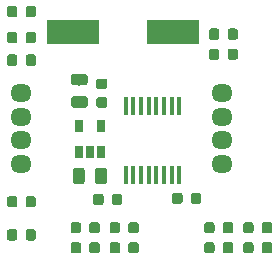
<source format=gtp>
G04 #@! TF.GenerationSoftware,KiCad,Pcbnew,(5.1.2)-1*
G04 #@! TF.CreationDate,2019-10-13T00:02:13+09:00*
G04 #@! TF.ProjectId,IR,49522e6b-6963-4616-945f-706362585858,v1.1*
G04 #@! TF.SameCoordinates,Original*
G04 #@! TF.FileFunction,Paste,Top*
G04 #@! TF.FilePolarity,Positive*
%FSLAX46Y46*%
G04 Gerber Fmt 4.6, Leading zero omitted, Abs format (unit mm)*
G04 Created by KiCad (PCBNEW (5.1.2)-1) date 2019-10-13 00:02:13*
%MOMM*%
%LPD*%
G04 APERTURE LIST*
%ADD10O,1.800000X1.524000*%
%ADD11C,0.050000*%
%ADD12C,0.875000*%
%ADD13C,0.975000*%
%ADD14R,0.650000X1.060000*%
%ADD15R,4.500000X2.000000*%
%ADD16R,0.450000X1.500000*%
G04 APERTURE END LIST*
D10*
X185200000Y-114000000D03*
X185200000Y-112000000D03*
X185200000Y-110000000D03*
X185200000Y-108000000D03*
X202200000Y-108000000D03*
X202200000Y-110000000D03*
X202200000Y-112000000D03*
X202200000Y-114000000D03*
D11*
G36*
X193527691Y-116526053D02*
G01*
X193548926Y-116529203D01*
X193569750Y-116534419D01*
X193589962Y-116541651D01*
X193609368Y-116550830D01*
X193627781Y-116561866D01*
X193645024Y-116574654D01*
X193660930Y-116589070D01*
X193675346Y-116604976D01*
X193688134Y-116622219D01*
X193699170Y-116640632D01*
X193708349Y-116660038D01*
X193715581Y-116680250D01*
X193720797Y-116701074D01*
X193723947Y-116722309D01*
X193725000Y-116743750D01*
X193725000Y-117256250D01*
X193723947Y-117277691D01*
X193720797Y-117298926D01*
X193715581Y-117319750D01*
X193708349Y-117339962D01*
X193699170Y-117359368D01*
X193688134Y-117377781D01*
X193675346Y-117395024D01*
X193660930Y-117410930D01*
X193645024Y-117425346D01*
X193627781Y-117438134D01*
X193609368Y-117449170D01*
X193589962Y-117458349D01*
X193569750Y-117465581D01*
X193548926Y-117470797D01*
X193527691Y-117473947D01*
X193506250Y-117475000D01*
X193068750Y-117475000D01*
X193047309Y-117473947D01*
X193026074Y-117470797D01*
X193005250Y-117465581D01*
X192985038Y-117458349D01*
X192965632Y-117449170D01*
X192947219Y-117438134D01*
X192929976Y-117425346D01*
X192914070Y-117410930D01*
X192899654Y-117395024D01*
X192886866Y-117377781D01*
X192875830Y-117359368D01*
X192866651Y-117339962D01*
X192859419Y-117319750D01*
X192854203Y-117298926D01*
X192851053Y-117277691D01*
X192850000Y-117256250D01*
X192850000Y-116743750D01*
X192851053Y-116722309D01*
X192854203Y-116701074D01*
X192859419Y-116680250D01*
X192866651Y-116660038D01*
X192875830Y-116640632D01*
X192886866Y-116622219D01*
X192899654Y-116604976D01*
X192914070Y-116589070D01*
X192929976Y-116574654D01*
X192947219Y-116561866D01*
X192965632Y-116550830D01*
X192985038Y-116541651D01*
X193005250Y-116534419D01*
X193026074Y-116529203D01*
X193047309Y-116526053D01*
X193068750Y-116525000D01*
X193506250Y-116525000D01*
X193527691Y-116526053D01*
X193527691Y-116526053D01*
G37*
D12*
X193287500Y-117000000D03*
D11*
G36*
X191952691Y-116526053D02*
G01*
X191973926Y-116529203D01*
X191994750Y-116534419D01*
X192014962Y-116541651D01*
X192034368Y-116550830D01*
X192052781Y-116561866D01*
X192070024Y-116574654D01*
X192085930Y-116589070D01*
X192100346Y-116604976D01*
X192113134Y-116622219D01*
X192124170Y-116640632D01*
X192133349Y-116660038D01*
X192140581Y-116680250D01*
X192145797Y-116701074D01*
X192148947Y-116722309D01*
X192150000Y-116743750D01*
X192150000Y-117256250D01*
X192148947Y-117277691D01*
X192145797Y-117298926D01*
X192140581Y-117319750D01*
X192133349Y-117339962D01*
X192124170Y-117359368D01*
X192113134Y-117377781D01*
X192100346Y-117395024D01*
X192085930Y-117410930D01*
X192070024Y-117425346D01*
X192052781Y-117438134D01*
X192034368Y-117449170D01*
X192014962Y-117458349D01*
X191994750Y-117465581D01*
X191973926Y-117470797D01*
X191952691Y-117473947D01*
X191931250Y-117475000D01*
X191493750Y-117475000D01*
X191472309Y-117473947D01*
X191451074Y-117470797D01*
X191430250Y-117465581D01*
X191410038Y-117458349D01*
X191390632Y-117449170D01*
X191372219Y-117438134D01*
X191354976Y-117425346D01*
X191339070Y-117410930D01*
X191324654Y-117395024D01*
X191311866Y-117377781D01*
X191300830Y-117359368D01*
X191291651Y-117339962D01*
X191284419Y-117319750D01*
X191279203Y-117298926D01*
X191276053Y-117277691D01*
X191275000Y-117256250D01*
X191275000Y-116743750D01*
X191276053Y-116722309D01*
X191279203Y-116701074D01*
X191284419Y-116680250D01*
X191291651Y-116660038D01*
X191300830Y-116640632D01*
X191311866Y-116622219D01*
X191324654Y-116604976D01*
X191339070Y-116589070D01*
X191354976Y-116574654D01*
X191372219Y-116561866D01*
X191390632Y-116550830D01*
X191410038Y-116541651D01*
X191430250Y-116534419D01*
X191451074Y-116529203D01*
X191472309Y-116526053D01*
X191493750Y-116525000D01*
X191931250Y-116525000D01*
X191952691Y-116526053D01*
X191952691Y-116526053D01*
G37*
D12*
X191712500Y-117000000D03*
D11*
G36*
X192205142Y-114301174D02*
G01*
X192228803Y-114304684D01*
X192252007Y-114310496D01*
X192274529Y-114318554D01*
X192296153Y-114328782D01*
X192316670Y-114341079D01*
X192335883Y-114355329D01*
X192353607Y-114371393D01*
X192369671Y-114389117D01*
X192383921Y-114408330D01*
X192396218Y-114428847D01*
X192406446Y-114450471D01*
X192414504Y-114472993D01*
X192420316Y-114496197D01*
X192423826Y-114519858D01*
X192425000Y-114543750D01*
X192425000Y-115456250D01*
X192423826Y-115480142D01*
X192420316Y-115503803D01*
X192414504Y-115527007D01*
X192406446Y-115549529D01*
X192396218Y-115571153D01*
X192383921Y-115591670D01*
X192369671Y-115610883D01*
X192353607Y-115628607D01*
X192335883Y-115644671D01*
X192316670Y-115658921D01*
X192296153Y-115671218D01*
X192274529Y-115681446D01*
X192252007Y-115689504D01*
X192228803Y-115695316D01*
X192205142Y-115698826D01*
X192181250Y-115700000D01*
X191693750Y-115700000D01*
X191669858Y-115698826D01*
X191646197Y-115695316D01*
X191622993Y-115689504D01*
X191600471Y-115681446D01*
X191578847Y-115671218D01*
X191558330Y-115658921D01*
X191539117Y-115644671D01*
X191521393Y-115628607D01*
X191505329Y-115610883D01*
X191491079Y-115591670D01*
X191478782Y-115571153D01*
X191468554Y-115549529D01*
X191460496Y-115527007D01*
X191454684Y-115503803D01*
X191451174Y-115480142D01*
X191450000Y-115456250D01*
X191450000Y-114543750D01*
X191451174Y-114519858D01*
X191454684Y-114496197D01*
X191460496Y-114472993D01*
X191468554Y-114450471D01*
X191478782Y-114428847D01*
X191491079Y-114408330D01*
X191505329Y-114389117D01*
X191521393Y-114371393D01*
X191539117Y-114355329D01*
X191558330Y-114341079D01*
X191578847Y-114328782D01*
X191600471Y-114318554D01*
X191622993Y-114310496D01*
X191646197Y-114304684D01*
X191669858Y-114301174D01*
X191693750Y-114300000D01*
X192181250Y-114300000D01*
X192205142Y-114301174D01*
X192205142Y-114301174D01*
G37*
D13*
X191937500Y-115000000D03*
D11*
G36*
X190330142Y-114301174D02*
G01*
X190353803Y-114304684D01*
X190377007Y-114310496D01*
X190399529Y-114318554D01*
X190421153Y-114328782D01*
X190441670Y-114341079D01*
X190460883Y-114355329D01*
X190478607Y-114371393D01*
X190494671Y-114389117D01*
X190508921Y-114408330D01*
X190521218Y-114428847D01*
X190531446Y-114450471D01*
X190539504Y-114472993D01*
X190545316Y-114496197D01*
X190548826Y-114519858D01*
X190550000Y-114543750D01*
X190550000Y-115456250D01*
X190548826Y-115480142D01*
X190545316Y-115503803D01*
X190539504Y-115527007D01*
X190531446Y-115549529D01*
X190521218Y-115571153D01*
X190508921Y-115591670D01*
X190494671Y-115610883D01*
X190478607Y-115628607D01*
X190460883Y-115644671D01*
X190441670Y-115658921D01*
X190421153Y-115671218D01*
X190399529Y-115681446D01*
X190377007Y-115689504D01*
X190353803Y-115695316D01*
X190330142Y-115698826D01*
X190306250Y-115700000D01*
X189818750Y-115700000D01*
X189794858Y-115698826D01*
X189771197Y-115695316D01*
X189747993Y-115689504D01*
X189725471Y-115681446D01*
X189703847Y-115671218D01*
X189683330Y-115658921D01*
X189664117Y-115644671D01*
X189646393Y-115628607D01*
X189630329Y-115610883D01*
X189616079Y-115591670D01*
X189603782Y-115571153D01*
X189593554Y-115549529D01*
X189585496Y-115527007D01*
X189579684Y-115503803D01*
X189576174Y-115480142D01*
X189575000Y-115456250D01*
X189575000Y-114543750D01*
X189576174Y-114519858D01*
X189579684Y-114496197D01*
X189585496Y-114472993D01*
X189593554Y-114450471D01*
X189603782Y-114428847D01*
X189616079Y-114408330D01*
X189630329Y-114389117D01*
X189646393Y-114371393D01*
X189664117Y-114355329D01*
X189683330Y-114341079D01*
X189703847Y-114328782D01*
X189725471Y-114318554D01*
X189747993Y-114310496D01*
X189771197Y-114304684D01*
X189794858Y-114301174D01*
X189818750Y-114300000D01*
X190306250Y-114300000D01*
X190330142Y-114301174D01*
X190330142Y-114301174D01*
G37*
D13*
X190062500Y-115000000D03*
D11*
G36*
X192277691Y-106776053D02*
G01*
X192298926Y-106779203D01*
X192319750Y-106784419D01*
X192339962Y-106791651D01*
X192359368Y-106800830D01*
X192377781Y-106811866D01*
X192395024Y-106824654D01*
X192410930Y-106839070D01*
X192425346Y-106854976D01*
X192438134Y-106872219D01*
X192449170Y-106890632D01*
X192458349Y-106910038D01*
X192465581Y-106930250D01*
X192470797Y-106951074D01*
X192473947Y-106972309D01*
X192475000Y-106993750D01*
X192475000Y-107431250D01*
X192473947Y-107452691D01*
X192470797Y-107473926D01*
X192465581Y-107494750D01*
X192458349Y-107514962D01*
X192449170Y-107534368D01*
X192438134Y-107552781D01*
X192425346Y-107570024D01*
X192410930Y-107585930D01*
X192395024Y-107600346D01*
X192377781Y-107613134D01*
X192359368Y-107624170D01*
X192339962Y-107633349D01*
X192319750Y-107640581D01*
X192298926Y-107645797D01*
X192277691Y-107648947D01*
X192256250Y-107650000D01*
X191743750Y-107650000D01*
X191722309Y-107648947D01*
X191701074Y-107645797D01*
X191680250Y-107640581D01*
X191660038Y-107633349D01*
X191640632Y-107624170D01*
X191622219Y-107613134D01*
X191604976Y-107600346D01*
X191589070Y-107585930D01*
X191574654Y-107570024D01*
X191561866Y-107552781D01*
X191550830Y-107534368D01*
X191541651Y-107514962D01*
X191534419Y-107494750D01*
X191529203Y-107473926D01*
X191526053Y-107452691D01*
X191525000Y-107431250D01*
X191525000Y-106993750D01*
X191526053Y-106972309D01*
X191529203Y-106951074D01*
X191534419Y-106930250D01*
X191541651Y-106910038D01*
X191550830Y-106890632D01*
X191561866Y-106872219D01*
X191574654Y-106854976D01*
X191589070Y-106839070D01*
X191604976Y-106824654D01*
X191622219Y-106811866D01*
X191640632Y-106800830D01*
X191660038Y-106791651D01*
X191680250Y-106784419D01*
X191701074Y-106779203D01*
X191722309Y-106776053D01*
X191743750Y-106775000D01*
X192256250Y-106775000D01*
X192277691Y-106776053D01*
X192277691Y-106776053D01*
G37*
D12*
X192000000Y-107212500D03*
D11*
G36*
X192277691Y-108351053D02*
G01*
X192298926Y-108354203D01*
X192319750Y-108359419D01*
X192339962Y-108366651D01*
X192359368Y-108375830D01*
X192377781Y-108386866D01*
X192395024Y-108399654D01*
X192410930Y-108414070D01*
X192425346Y-108429976D01*
X192438134Y-108447219D01*
X192449170Y-108465632D01*
X192458349Y-108485038D01*
X192465581Y-108505250D01*
X192470797Y-108526074D01*
X192473947Y-108547309D01*
X192475000Y-108568750D01*
X192475000Y-109006250D01*
X192473947Y-109027691D01*
X192470797Y-109048926D01*
X192465581Y-109069750D01*
X192458349Y-109089962D01*
X192449170Y-109109368D01*
X192438134Y-109127781D01*
X192425346Y-109145024D01*
X192410930Y-109160930D01*
X192395024Y-109175346D01*
X192377781Y-109188134D01*
X192359368Y-109199170D01*
X192339962Y-109208349D01*
X192319750Y-109215581D01*
X192298926Y-109220797D01*
X192277691Y-109223947D01*
X192256250Y-109225000D01*
X191743750Y-109225000D01*
X191722309Y-109223947D01*
X191701074Y-109220797D01*
X191680250Y-109215581D01*
X191660038Y-109208349D01*
X191640632Y-109199170D01*
X191622219Y-109188134D01*
X191604976Y-109175346D01*
X191589070Y-109160930D01*
X191574654Y-109145024D01*
X191561866Y-109127781D01*
X191550830Y-109109368D01*
X191541651Y-109089962D01*
X191534419Y-109069750D01*
X191529203Y-109048926D01*
X191526053Y-109027691D01*
X191525000Y-109006250D01*
X191525000Y-108568750D01*
X191526053Y-108547309D01*
X191529203Y-108526074D01*
X191534419Y-108505250D01*
X191541651Y-108485038D01*
X191550830Y-108465632D01*
X191561866Y-108447219D01*
X191574654Y-108429976D01*
X191589070Y-108414070D01*
X191604976Y-108399654D01*
X191622219Y-108386866D01*
X191640632Y-108375830D01*
X191660038Y-108366651D01*
X191680250Y-108359419D01*
X191701074Y-108354203D01*
X191722309Y-108351053D01*
X191743750Y-108350000D01*
X192256250Y-108350000D01*
X192277691Y-108351053D01*
X192277691Y-108351053D01*
G37*
D12*
X192000000Y-108787500D03*
D11*
G36*
X190580142Y-108251174D02*
G01*
X190603803Y-108254684D01*
X190627007Y-108260496D01*
X190649529Y-108268554D01*
X190671153Y-108278782D01*
X190691670Y-108291079D01*
X190710883Y-108305329D01*
X190728607Y-108321393D01*
X190744671Y-108339117D01*
X190758921Y-108358330D01*
X190771218Y-108378847D01*
X190781446Y-108400471D01*
X190789504Y-108422993D01*
X190795316Y-108446197D01*
X190798826Y-108469858D01*
X190800000Y-108493750D01*
X190800000Y-108981250D01*
X190798826Y-109005142D01*
X190795316Y-109028803D01*
X190789504Y-109052007D01*
X190781446Y-109074529D01*
X190771218Y-109096153D01*
X190758921Y-109116670D01*
X190744671Y-109135883D01*
X190728607Y-109153607D01*
X190710883Y-109169671D01*
X190691670Y-109183921D01*
X190671153Y-109196218D01*
X190649529Y-109206446D01*
X190627007Y-109214504D01*
X190603803Y-109220316D01*
X190580142Y-109223826D01*
X190556250Y-109225000D01*
X189643750Y-109225000D01*
X189619858Y-109223826D01*
X189596197Y-109220316D01*
X189572993Y-109214504D01*
X189550471Y-109206446D01*
X189528847Y-109196218D01*
X189508330Y-109183921D01*
X189489117Y-109169671D01*
X189471393Y-109153607D01*
X189455329Y-109135883D01*
X189441079Y-109116670D01*
X189428782Y-109096153D01*
X189418554Y-109074529D01*
X189410496Y-109052007D01*
X189404684Y-109028803D01*
X189401174Y-109005142D01*
X189400000Y-108981250D01*
X189400000Y-108493750D01*
X189401174Y-108469858D01*
X189404684Y-108446197D01*
X189410496Y-108422993D01*
X189418554Y-108400471D01*
X189428782Y-108378847D01*
X189441079Y-108358330D01*
X189455329Y-108339117D01*
X189471393Y-108321393D01*
X189489117Y-108305329D01*
X189508330Y-108291079D01*
X189528847Y-108278782D01*
X189550471Y-108268554D01*
X189572993Y-108260496D01*
X189596197Y-108254684D01*
X189619858Y-108251174D01*
X189643750Y-108250000D01*
X190556250Y-108250000D01*
X190580142Y-108251174D01*
X190580142Y-108251174D01*
G37*
D13*
X190100000Y-108737500D03*
D11*
G36*
X190580142Y-106376174D02*
G01*
X190603803Y-106379684D01*
X190627007Y-106385496D01*
X190649529Y-106393554D01*
X190671153Y-106403782D01*
X190691670Y-106416079D01*
X190710883Y-106430329D01*
X190728607Y-106446393D01*
X190744671Y-106464117D01*
X190758921Y-106483330D01*
X190771218Y-106503847D01*
X190781446Y-106525471D01*
X190789504Y-106547993D01*
X190795316Y-106571197D01*
X190798826Y-106594858D01*
X190800000Y-106618750D01*
X190800000Y-107106250D01*
X190798826Y-107130142D01*
X190795316Y-107153803D01*
X190789504Y-107177007D01*
X190781446Y-107199529D01*
X190771218Y-107221153D01*
X190758921Y-107241670D01*
X190744671Y-107260883D01*
X190728607Y-107278607D01*
X190710883Y-107294671D01*
X190691670Y-107308921D01*
X190671153Y-107321218D01*
X190649529Y-107331446D01*
X190627007Y-107339504D01*
X190603803Y-107345316D01*
X190580142Y-107348826D01*
X190556250Y-107350000D01*
X189643750Y-107350000D01*
X189619858Y-107348826D01*
X189596197Y-107345316D01*
X189572993Y-107339504D01*
X189550471Y-107331446D01*
X189528847Y-107321218D01*
X189508330Y-107308921D01*
X189489117Y-107294671D01*
X189471393Y-107278607D01*
X189455329Y-107260883D01*
X189441079Y-107241670D01*
X189428782Y-107221153D01*
X189418554Y-107199529D01*
X189410496Y-107177007D01*
X189404684Y-107153803D01*
X189401174Y-107130142D01*
X189400000Y-107106250D01*
X189400000Y-106618750D01*
X189401174Y-106594858D01*
X189404684Y-106571197D01*
X189410496Y-106547993D01*
X189418554Y-106525471D01*
X189428782Y-106503847D01*
X189441079Y-106483330D01*
X189455329Y-106464117D01*
X189471393Y-106446393D01*
X189489117Y-106430329D01*
X189508330Y-106416079D01*
X189528847Y-106403782D01*
X189550471Y-106393554D01*
X189572993Y-106385496D01*
X189596197Y-106379684D01*
X189619858Y-106376174D01*
X189643750Y-106375000D01*
X190556250Y-106375000D01*
X190580142Y-106376174D01*
X190580142Y-106376174D01*
G37*
D13*
X190100000Y-106862500D03*
D11*
G36*
X203327691Y-104226053D02*
G01*
X203348926Y-104229203D01*
X203369750Y-104234419D01*
X203389962Y-104241651D01*
X203409368Y-104250830D01*
X203427781Y-104261866D01*
X203445024Y-104274654D01*
X203460930Y-104289070D01*
X203475346Y-104304976D01*
X203488134Y-104322219D01*
X203499170Y-104340632D01*
X203508349Y-104360038D01*
X203515581Y-104380250D01*
X203520797Y-104401074D01*
X203523947Y-104422309D01*
X203525000Y-104443750D01*
X203525000Y-104956250D01*
X203523947Y-104977691D01*
X203520797Y-104998926D01*
X203515581Y-105019750D01*
X203508349Y-105039962D01*
X203499170Y-105059368D01*
X203488134Y-105077781D01*
X203475346Y-105095024D01*
X203460930Y-105110930D01*
X203445024Y-105125346D01*
X203427781Y-105138134D01*
X203409368Y-105149170D01*
X203389962Y-105158349D01*
X203369750Y-105165581D01*
X203348926Y-105170797D01*
X203327691Y-105173947D01*
X203306250Y-105175000D01*
X202868750Y-105175000D01*
X202847309Y-105173947D01*
X202826074Y-105170797D01*
X202805250Y-105165581D01*
X202785038Y-105158349D01*
X202765632Y-105149170D01*
X202747219Y-105138134D01*
X202729976Y-105125346D01*
X202714070Y-105110930D01*
X202699654Y-105095024D01*
X202686866Y-105077781D01*
X202675830Y-105059368D01*
X202666651Y-105039962D01*
X202659419Y-105019750D01*
X202654203Y-104998926D01*
X202651053Y-104977691D01*
X202650000Y-104956250D01*
X202650000Y-104443750D01*
X202651053Y-104422309D01*
X202654203Y-104401074D01*
X202659419Y-104380250D01*
X202666651Y-104360038D01*
X202675830Y-104340632D01*
X202686866Y-104322219D01*
X202699654Y-104304976D01*
X202714070Y-104289070D01*
X202729976Y-104274654D01*
X202747219Y-104261866D01*
X202765632Y-104250830D01*
X202785038Y-104241651D01*
X202805250Y-104234419D01*
X202826074Y-104229203D01*
X202847309Y-104226053D01*
X202868750Y-104225000D01*
X203306250Y-104225000D01*
X203327691Y-104226053D01*
X203327691Y-104226053D01*
G37*
D12*
X203087500Y-104700000D03*
D11*
G36*
X201752691Y-104226053D02*
G01*
X201773926Y-104229203D01*
X201794750Y-104234419D01*
X201814962Y-104241651D01*
X201834368Y-104250830D01*
X201852781Y-104261866D01*
X201870024Y-104274654D01*
X201885930Y-104289070D01*
X201900346Y-104304976D01*
X201913134Y-104322219D01*
X201924170Y-104340632D01*
X201933349Y-104360038D01*
X201940581Y-104380250D01*
X201945797Y-104401074D01*
X201948947Y-104422309D01*
X201950000Y-104443750D01*
X201950000Y-104956250D01*
X201948947Y-104977691D01*
X201945797Y-104998926D01*
X201940581Y-105019750D01*
X201933349Y-105039962D01*
X201924170Y-105059368D01*
X201913134Y-105077781D01*
X201900346Y-105095024D01*
X201885930Y-105110930D01*
X201870024Y-105125346D01*
X201852781Y-105138134D01*
X201834368Y-105149170D01*
X201814962Y-105158349D01*
X201794750Y-105165581D01*
X201773926Y-105170797D01*
X201752691Y-105173947D01*
X201731250Y-105175000D01*
X201293750Y-105175000D01*
X201272309Y-105173947D01*
X201251074Y-105170797D01*
X201230250Y-105165581D01*
X201210038Y-105158349D01*
X201190632Y-105149170D01*
X201172219Y-105138134D01*
X201154976Y-105125346D01*
X201139070Y-105110930D01*
X201124654Y-105095024D01*
X201111866Y-105077781D01*
X201100830Y-105059368D01*
X201091651Y-105039962D01*
X201084419Y-105019750D01*
X201079203Y-104998926D01*
X201076053Y-104977691D01*
X201075000Y-104956250D01*
X201075000Y-104443750D01*
X201076053Y-104422309D01*
X201079203Y-104401074D01*
X201084419Y-104380250D01*
X201091651Y-104360038D01*
X201100830Y-104340632D01*
X201111866Y-104322219D01*
X201124654Y-104304976D01*
X201139070Y-104289070D01*
X201154976Y-104274654D01*
X201172219Y-104261866D01*
X201190632Y-104250830D01*
X201210038Y-104241651D01*
X201230250Y-104234419D01*
X201251074Y-104229203D01*
X201272309Y-104226053D01*
X201293750Y-104225000D01*
X201731250Y-104225000D01*
X201752691Y-104226053D01*
X201752691Y-104226053D01*
G37*
D12*
X201512500Y-104700000D03*
D11*
G36*
X186227691Y-104726053D02*
G01*
X186248926Y-104729203D01*
X186269750Y-104734419D01*
X186289962Y-104741651D01*
X186309368Y-104750830D01*
X186327781Y-104761866D01*
X186345024Y-104774654D01*
X186360930Y-104789070D01*
X186375346Y-104804976D01*
X186388134Y-104822219D01*
X186399170Y-104840632D01*
X186408349Y-104860038D01*
X186415581Y-104880250D01*
X186420797Y-104901074D01*
X186423947Y-104922309D01*
X186425000Y-104943750D01*
X186425000Y-105456250D01*
X186423947Y-105477691D01*
X186420797Y-105498926D01*
X186415581Y-105519750D01*
X186408349Y-105539962D01*
X186399170Y-105559368D01*
X186388134Y-105577781D01*
X186375346Y-105595024D01*
X186360930Y-105610930D01*
X186345024Y-105625346D01*
X186327781Y-105638134D01*
X186309368Y-105649170D01*
X186289962Y-105658349D01*
X186269750Y-105665581D01*
X186248926Y-105670797D01*
X186227691Y-105673947D01*
X186206250Y-105675000D01*
X185768750Y-105675000D01*
X185747309Y-105673947D01*
X185726074Y-105670797D01*
X185705250Y-105665581D01*
X185685038Y-105658349D01*
X185665632Y-105649170D01*
X185647219Y-105638134D01*
X185629976Y-105625346D01*
X185614070Y-105610930D01*
X185599654Y-105595024D01*
X185586866Y-105577781D01*
X185575830Y-105559368D01*
X185566651Y-105539962D01*
X185559419Y-105519750D01*
X185554203Y-105498926D01*
X185551053Y-105477691D01*
X185550000Y-105456250D01*
X185550000Y-104943750D01*
X185551053Y-104922309D01*
X185554203Y-104901074D01*
X185559419Y-104880250D01*
X185566651Y-104860038D01*
X185575830Y-104840632D01*
X185586866Y-104822219D01*
X185599654Y-104804976D01*
X185614070Y-104789070D01*
X185629976Y-104774654D01*
X185647219Y-104761866D01*
X185665632Y-104750830D01*
X185685038Y-104741651D01*
X185705250Y-104734419D01*
X185726074Y-104729203D01*
X185747309Y-104726053D01*
X185768750Y-104725000D01*
X186206250Y-104725000D01*
X186227691Y-104726053D01*
X186227691Y-104726053D01*
G37*
D12*
X185987500Y-105200000D03*
D11*
G36*
X184652691Y-104726053D02*
G01*
X184673926Y-104729203D01*
X184694750Y-104734419D01*
X184714962Y-104741651D01*
X184734368Y-104750830D01*
X184752781Y-104761866D01*
X184770024Y-104774654D01*
X184785930Y-104789070D01*
X184800346Y-104804976D01*
X184813134Y-104822219D01*
X184824170Y-104840632D01*
X184833349Y-104860038D01*
X184840581Y-104880250D01*
X184845797Y-104901074D01*
X184848947Y-104922309D01*
X184850000Y-104943750D01*
X184850000Y-105456250D01*
X184848947Y-105477691D01*
X184845797Y-105498926D01*
X184840581Y-105519750D01*
X184833349Y-105539962D01*
X184824170Y-105559368D01*
X184813134Y-105577781D01*
X184800346Y-105595024D01*
X184785930Y-105610930D01*
X184770024Y-105625346D01*
X184752781Y-105638134D01*
X184734368Y-105649170D01*
X184714962Y-105658349D01*
X184694750Y-105665581D01*
X184673926Y-105670797D01*
X184652691Y-105673947D01*
X184631250Y-105675000D01*
X184193750Y-105675000D01*
X184172309Y-105673947D01*
X184151074Y-105670797D01*
X184130250Y-105665581D01*
X184110038Y-105658349D01*
X184090632Y-105649170D01*
X184072219Y-105638134D01*
X184054976Y-105625346D01*
X184039070Y-105610930D01*
X184024654Y-105595024D01*
X184011866Y-105577781D01*
X184000830Y-105559368D01*
X183991651Y-105539962D01*
X183984419Y-105519750D01*
X183979203Y-105498926D01*
X183976053Y-105477691D01*
X183975000Y-105456250D01*
X183975000Y-104943750D01*
X183976053Y-104922309D01*
X183979203Y-104901074D01*
X183984419Y-104880250D01*
X183991651Y-104860038D01*
X184000830Y-104840632D01*
X184011866Y-104822219D01*
X184024654Y-104804976D01*
X184039070Y-104789070D01*
X184054976Y-104774654D01*
X184072219Y-104761866D01*
X184090632Y-104750830D01*
X184110038Y-104741651D01*
X184130250Y-104734419D01*
X184151074Y-104729203D01*
X184172309Y-104726053D01*
X184193750Y-104725000D01*
X184631250Y-104725000D01*
X184652691Y-104726053D01*
X184652691Y-104726053D01*
G37*
D12*
X184412500Y-105200000D03*
D11*
G36*
X184652691Y-102826053D02*
G01*
X184673926Y-102829203D01*
X184694750Y-102834419D01*
X184714962Y-102841651D01*
X184734368Y-102850830D01*
X184752781Y-102861866D01*
X184770024Y-102874654D01*
X184785930Y-102889070D01*
X184800346Y-102904976D01*
X184813134Y-102922219D01*
X184824170Y-102940632D01*
X184833349Y-102960038D01*
X184840581Y-102980250D01*
X184845797Y-103001074D01*
X184848947Y-103022309D01*
X184850000Y-103043750D01*
X184850000Y-103556250D01*
X184848947Y-103577691D01*
X184845797Y-103598926D01*
X184840581Y-103619750D01*
X184833349Y-103639962D01*
X184824170Y-103659368D01*
X184813134Y-103677781D01*
X184800346Y-103695024D01*
X184785930Y-103710930D01*
X184770024Y-103725346D01*
X184752781Y-103738134D01*
X184734368Y-103749170D01*
X184714962Y-103758349D01*
X184694750Y-103765581D01*
X184673926Y-103770797D01*
X184652691Y-103773947D01*
X184631250Y-103775000D01*
X184193750Y-103775000D01*
X184172309Y-103773947D01*
X184151074Y-103770797D01*
X184130250Y-103765581D01*
X184110038Y-103758349D01*
X184090632Y-103749170D01*
X184072219Y-103738134D01*
X184054976Y-103725346D01*
X184039070Y-103710930D01*
X184024654Y-103695024D01*
X184011866Y-103677781D01*
X184000830Y-103659368D01*
X183991651Y-103639962D01*
X183984419Y-103619750D01*
X183979203Y-103598926D01*
X183976053Y-103577691D01*
X183975000Y-103556250D01*
X183975000Y-103043750D01*
X183976053Y-103022309D01*
X183979203Y-103001074D01*
X183984419Y-102980250D01*
X183991651Y-102960038D01*
X184000830Y-102940632D01*
X184011866Y-102922219D01*
X184024654Y-102904976D01*
X184039070Y-102889070D01*
X184054976Y-102874654D01*
X184072219Y-102861866D01*
X184090632Y-102850830D01*
X184110038Y-102841651D01*
X184130250Y-102834419D01*
X184151074Y-102829203D01*
X184172309Y-102826053D01*
X184193750Y-102825000D01*
X184631250Y-102825000D01*
X184652691Y-102826053D01*
X184652691Y-102826053D01*
G37*
D12*
X184412500Y-103300000D03*
D11*
G36*
X186227691Y-102826053D02*
G01*
X186248926Y-102829203D01*
X186269750Y-102834419D01*
X186289962Y-102841651D01*
X186309368Y-102850830D01*
X186327781Y-102861866D01*
X186345024Y-102874654D01*
X186360930Y-102889070D01*
X186375346Y-102904976D01*
X186388134Y-102922219D01*
X186399170Y-102940632D01*
X186408349Y-102960038D01*
X186415581Y-102980250D01*
X186420797Y-103001074D01*
X186423947Y-103022309D01*
X186425000Y-103043750D01*
X186425000Y-103556250D01*
X186423947Y-103577691D01*
X186420797Y-103598926D01*
X186415581Y-103619750D01*
X186408349Y-103639962D01*
X186399170Y-103659368D01*
X186388134Y-103677781D01*
X186375346Y-103695024D01*
X186360930Y-103710930D01*
X186345024Y-103725346D01*
X186327781Y-103738134D01*
X186309368Y-103749170D01*
X186289962Y-103758349D01*
X186269750Y-103765581D01*
X186248926Y-103770797D01*
X186227691Y-103773947D01*
X186206250Y-103775000D01*
X185768750Y-103775000D01*
X185747309Y-103773947D01*
X185726074Y-103770797D01*
X185705250Y-103765581D01*
X185685038Y-103758349D01*
X185665632Y-103749170D01*
X185647219Y-103738134D01*
X185629976Y-103725346D01*
X185614070Y-103710930D01*
X185599654Y-103695024D01*
X185586866Y-103677781D01*
X185575830Y-103659368D01*
X185566651Y-103639962D01*
X185559419Y-103619750D01*
X185554203Y-103598926D01*
X185551053Y-103577691D01*
X185550000Y-103556250D01*
X185550000Y-103043750D01*
X185551053Y-103022309D01*
X185554203Y-103001074D01*
X185559419Y-102980250D01*
X185566651Y-102960038D01*
X185575830Y-102940632D01*
X185586866Y-102922219D01*
X185599654Y-102904976D01*
X185614070Y-102889070D01*
X185629976Y-102874654D01*
X185647219Y-102861866D01*
X185665632Y-102850830D01*
X185685038Y-102841651D01*
X185705250Y-102834419D01*
X185726074Y-102829203D01*
X185747309Y-102826053D01*
X185768750Y-102825000D01*
X186206250Y-102825000D01*
X186227691Y-102826053D01*
X186227691Y-102826053D01*
G37*
D12*
X185987500Y-103300000D03*
D11*
G36*
X193352691Y-120626053D02*
G01*
X193373926Y-120629203D01*
X193394750Y-120634419D01*
X193414962Y-120641651D01*
X193434368Y-120650830D01*
X193452781Y-120661866D01*
X193470024Y-120674654D01*
X193485930Y-120689070D01*
X193500346Y-120704976D01*
X193513134Y-120722219D01*
X193524170Y-120740632D01*
X193533349Y-120760038D01*
X193540581Y-120780250D01*
X193545797Y-120801074D01*
X193548947Y-120822309D01*
X193550000Y-120843750D01*
X193550000Y-121356250D01*
X193548947Y-121377691D01*
X193545797Y-121398926D01*
X193540581Y-121419750D01*
X193533349Y-121439962D01*
X193524170Y-121459368D01*
X193513134Y-121477781D01*
X193500346Y-121495024D01*
X193485930Y-121510930D01*
X193470024Y-121525346D01*
X193452781Y-121538134D01*
X193434368Y-121549170D01*
X193414962Y-121558349D01*
X193394750Y-121565581D01*
X193373926Y-121570797D01*
X193352691Y-121573947D01*
X193331250Y-121575000D01*
X192893750Y-121575000D01*
X192872309Y-121573947D01*
X192851074Y-121570797D01*
X192830250Y-121565581D01*
X192810038Y-121558349D01*
X192790632Y-121549170D01*
X192772219Y-121538134D01*
X192754976Y-121525346D01*
X192739070Y-121510930D01*
X192724654Y-121495024D01*
X192711866Y-121477781D01*
X192700830Y-121459368D01*
X192691651Y-121439962D01*
X192684419Y-121419750D01*
X192679203Y-121398926D01*
X192676053Y-121377691D01*
X192675000Y-121356250D01*
X192675000Y-120843750D01*
X192676053Y-120822309D01*
X192679203Y-120801074D01*
X192684419Y-120780250D01*
X192691651Y-120760038D01*
X192700830Y-120740632D01*
X192711866Y-120722219D01*
X192724654Y-120704976D01*
X192739070Y-120689070D01*
X192754976Y-120674654D01*
X192772219Y-120661866D01*
X192790632Y-120650830D01*
X192810038Y-120641651D01*
X192830250Y-120634419D01*
X192851074Y-120629203D01*
X192872309Y-120626053D01*
X192893750Y-120625000D01*
X193331250Y-120625000D01*
X193352691Y-120626053D01*
X193352691Y-120626053D01*
G37*
D12*
X193112500Y-121100000D03*
D11*
G36*
X194927691Y-120626053D02*
G01*
X194948926Y-120629203D01*
X194969750Y-120634419D01*
X194989962Y-120641651D01*
X195009368Y-120650830D01*
X195027781Y-120661866D01*
X195045024Y-120674654D01*
X195060930Y-120689070D01*
X195075346Y-120704976D01*
X195088134Y-120722219D01*
X195099170Y-120740632D01*
X195108349Y-120760038D01*
X195115581Y-120780250D01*
X195120797Y-120801074D01*
X195123947Y-120822309D01*
X195125000Y-120843750D01*
X195125000Y-121356250D01*
X195123947Y-121377691D01*
X195120797Y-121398926D01*
X195115581Y-121419750D01*
X195108349Y-121439962D01*
X195099170Y-121459368D01*
X195088134Y-121477781D01*
X195075346Y-121495024D01*
X195060930Y-121510930D01*
X195045024Y-121525346D01*
X195027781Y-121538134D01*
X195009368Y-121549170D01*
X194989962Y-121558349D01*
X194969750Y-121565581D01*
X194948926Y-121570797D01*
X194927691Y-121573947D01*
X194906250Y-121575000D01*
X194468750Y-121575000D01*
X194447309Y-121573947D01*
X194426074Y-121570797D01*
X194405250Y-121565581D01*
X194385038Y-121558349D01*
X194365632Y-121549170D01*
X194347219Y-121538134D01*
X194329976Y-121525346D01*
X194314070Y-121510930D01*
X194299654Y-121495024D01*
X194286866Y-121477781D01*
X194275830Y-121459368D01*
X194266651Y-121439962D01*
X194259419Y-121419750D01*
X194254203Y-121398926D01*
X194251053Y-121377691D01*
X194250000Y-121356250D01*
X194250000Y-120843750D01*
X194251053Y-120822309D01*
X194254203Y-120801074D01*
X194259419Y-120780250D01*
X194266651Y-120760038D01*
X194275830Y-120740632D01*
X194286866Y-120722219D01*
X194299654Y-120704976D01*
X194314070Y-120689070D01*
X194329976Y-120674654D01*
X194347219Y-120661866D01*
X194365632Y-120650830D01*
X194385038Y-120641651D01*
X194405250Y-120634419D01*
X194426074Y-120629203D01*
X194447309Y-120626053D01*
X194468750Y-120625000D01*
X194906250Y-120625000D01*
X194927691Y-120626053D01*
X194927691Y-120626053D01*
G37*
D12*
X194687500Y-121100000D03*
D11*
G36*
X191627691Y-120626053D02*
G01*
X191648926Y-120629203D01*
X191669750Y-120634419D01*
X191689962Y-120641651D01*
X191709368Y-120650830D01*
X191727781Y-120661866D01*
X191745024Y-120674654D01*
X191760930Y-120689070D01*
X191775346Y-120704976D01*
X191788134Y-120722219D01*
X191799170Y-120740632D01*
X191808349Y-120760038D01*
X191815581Y-120780250D01*
X191820797Y-120801074D01*
X191823947Y-120822309D01*
X191825000Y-120843750D01*
X191825000Y-121356250D01*
X191823947Y-121377691D01*
X191820797Y-121398926D01*
X191815581Y-121419750D01*
X191808349Y-121439962D01*
X191799170Y-121459368D01*
X191788134Y-121477781D01*
X191775346Y-121495024D01*
X191760930Y-121510930D01*
X191745024Y-121525346D01*
X191727781Y-121538134D01*
X191709368Y-121549170D01*
X191689962Y-121558349D01*
X191669750Y-121565581D01*
X191648926Y-121570797D01*
X191627691Y-121573947D01*
X191606250Y-121575000D01*
X191168750Y-121575000D01*
X191147309Y-121573947D01*
X191126074Y-121570797D01*
X191105250Y-121565581D01*
X191085038Y-121558349D01*
X191065632Y-121549170D01*
X191047219Y-121538134D01*
X191029976Y-121525346D01*
X191014070Y-121510930D01*
X190999654Y-121495024D01*
X190986866Y-121477781D01*
X190975830Y-121459368D01*
X190966651Y-121439962D01*
X190959419Y-121419750D01*
X190954203Y-121398926D01*
X190951053Y-121377691D01*
X190950000Y-121356250D01*
X190950000Y-120843750D01*
X190951053Y-120822309D01*
X190954203Y-120801074D01*
X190959419Y-120780250D01*
X190966651Y-120760038D01*
X190975830Y-120740632D01*
X190986866Y-120722219D01*
X190999654Y-120704976D01*
X191014070Y-120689070D01*
X191029976Y-120674654D01*
X191047219Y-120661866D01*
X191065632Y-120650830D01*
X191085038Y-120641651D01*
X191105250Y-120634419D01*
X191126074Y-120629203D01*
X191147309Y-120626053D01*
X191168750Y-120625000D01*
X191606250Y-120625000D01*
X191627691Y-120626053D01*
X191627691Y-120626053D01*
G37*
D12*
X191387500Y-121100000D03*
D11*
G36*
X190052691Y-120626053D02*
G01*
X190073926Y-120629203D01*
X190094750Y-120634419D01*
X190114962Y-120641651D01*
X190134368Y-120650830D01*
X190152781Y-120661866D01*
X190170024Y-120674654D01*
X190185930Y-120689070D01*
X190200346Y-120704976D01*
X190213134Y-120722219D01*
X190224170Y-120740632D01*
X190233349Y-120760038D01*
X190240581Y-120780250D01*
X190245797Y-120801074D01*
X190248947Y-120822309D01*
X190250000Y-120843750D01*
X190250000Y-121356250D01*
X190248947Y-121377691D01*
X190245797Y-121398926D01*
X190240581Y-121419750D01*
X190233349Y-121439962D01*
X190224170Y-121459368D01*
X190213134Y-121477781D01*
X190200346Y-121495024D01*
X190185930Y-121510930D01*
X190170024Y-121525346D01*
X190152781Y-121538134D01*
X190134368Y-121549170D01*
X190114962Y-121558349D01*
X190094750Y-121565581D01*
X190073926Y-121570797D01*
X190052691Y-121573947D01*
X190031250Y-121575000D01*
X189593750Y-121575000D01*
X189572309Y-121573947D01*
X189551074Y-121570797D01*
X189530250Y-121565581D01*
X189510038Y-121558349D01*
X189490632Y-121549170D01*
X189472219Y-121538134D01*
X189454976Y-121525346D01*
X189439070Y-121510930D01*
X189424654Y-121495024D01*
X189411866Y-121477781D01*
X189400830Y-121459368D01*
X189391651Y-121439962D01*
X189384419Y-121419750D01*
X189379203Y-121398926D01*
X189376053Y-121377691D01*
X189375000Y-121356250D01*
X189375000Y-120843750D01*
X189376053Y-120822309D01*
X189379203Y-120801074D01*
X189384419Y-120780250D01*
X189391651Y-120760038D01*
X189400830Y-120740632D01*
X189411866Y-120722219D01*
X189424654Y-120704976D01*
X189439070Y-120689070D01*
X189454976Y-120674654D01*
X189472219Y-120661866D01*
X189490632Y-120650830D01*
X189510038Y-120641651D01*
X189530250Y-120634419D01*
X189551074Y-120629203D01*
X189572309Y-120626053D01*
X189593750Y-120625000D01*
X190031250Y-120625000D01*
X190052691Y-120626053D01*
X190052691Y-120626053D01*
G37*
D12*
X189812500Y-121100000D03*
D11*
G36*
X206227691Y-118926053D02*
G01*
X206248926Y-118929203D01*
X206269750Y-118934419D01*
X206289962Y-118941651D01*
X206309368Y-118950830D01*
X206327781Y-118961866D01*
X206345024Y-118974654D01*
X206360930Y-118989070D01*
X206375346Y-119004976D01*
X206388134Y-119022219D01*
X206399170Y-119040632D01*
X206408349Y-119060038D01*
X206415581Y-119080250D01*
X206420797Y-119101074D01*
X206423947Y-119122309D01*
X206425000Y-119143750D01*
X206425000Y-119656250D01*
X206423947Y-119677691D01*
X206420797Y-119698926D01*
X206415581Y-119719750D01*
X206408349Y-119739962D01*
X206399170Y-119759368D01*
X206388134Y-119777781D01*
X206375346Y-119795024D01*
X206360930Y-119810930D01*
X206345024Y-119825346D01*
X206327781Y-119838134D01*
X206309368Y-119849170D01*
X206289962Y-119858349D01*
X206269750Y-119865581D01*
X206248926Y-119870797D01*
X206227691Y-119873947D01*
X206206250Y-119875000D01*
X205768750Y-119875000D01*
X205747309Y-119873947D01*
X205726074Y-119870797D01*
X205705250Y-119865581D01*
X205685038Y-119858349D01*
X205665632Y-119849170D01*
X205647219Y-119838134D01*
X205629976Y-119825346D01*
X205614070Y-119810930D01*
X205599654Y-119795024D01*
X205586866Y-119777781D01*
X205575830Y-119759368D01*
X205566651Y-119739962D01*
X205559419Y-119719750D01*
X205554203Y-119698926D01*
X205551053Y-119677691D01*
X205550000Y-119656250D01*
X205550000Y-119143750D01*
X205551053Y-119122309D01*
X205554203Y-119101074D01*
X205559419Y-119080250D01*
X205566651Y-119060038D01*
X205575830Y-119040632D01*
X205586866Y-119022219D01*
X205599654Y-119004976D01*
X205614070Y-118989070D01*
X205629976Y-118974654D01*
X205647219Y-118961866D01*
X205665632Y-118950830D01*
X205685038Y-118941651D01*
X205705250Y-118934419D01*
X205726074Y-118929203D01*
X205747309Y-118926053D01*
X205768750Y-118925000D01*
X206206250Y-118925000D01*
X206227691Y-118926053D01*
X206227691Y-118926053D01*
G37*
D12*
X205987500Y-119400000D03*
D11*
G36*
X204652691Y-118926053D02*
G01*
X204673926Y-118929203D01*
X204694750Y-118934419D01*
X204714962Y-118941651D01*
X204734368Y-118950830D01*
X204752781Y-118961866D01*
X204770024Y-118974654D01*
X204785930Y-118989070D01*
X204800346Y-119004976D01*
X204813134Y-119022219D01*
X204824170Y-119040632D01*
X204833349Y-119060038D01*
X204840581Y-119080250D01*
X204845797Y-119101074D01*
X204848947Y-119122309D01*
X204850000Y-119143750D01*
X204850000Y-119656250D01*
X204848947Y-119677691D01*
X204845797Y-119698926D01*
X204840581Y-119719750D01*
X204833349Y-119739962D01*
X204824170Y-119759368D01*
X204813134Y-119777781D01*
X204800346Y-119795024D01*
X204785930Y-119810930D01*
X204770024Y-119825346D01*
X204752781Y-119838134D01*
X204734368Y-119849170D01*
X204714962Y-119858349D01*
X204694750Y-119865581D01*
X204673926Y-119870797D01*
X204652691Y-119873947D01*
X204631250Y-119875000D01*
X204193750Y-119875000D01*
X204172309Y-119873947D01*
X204151074Y-119870797D01*
X204130250Y-119865581D01*
X204110038Y-119858349D01*
X204090632Y-119849170D01*
X204072219Y-119838134D01*
X204054976Y-119825346D01*
X204039070Y-119810930D01*
X204024654Y-119795024D01*
X204011866Y-119777781D01*
X204000830Y-119759368D01*
X203991651Y-119739962D01*
X203984419Y-119719750D01*
X203979203Y-119698926D01*
X203976053Y-119677691D01*
X203975000Y-119656250D01*
X203975000Y-119143750D01*
X203976053Y-119122309D01*
X203979203Y-119101074D01*
X203984419Y-119080250D01*
X203991651Y-119060038D01*
X204000830Y-119040632D01*
X204011866Y-119022219D01*
X204024654Y-119004976D01*
X204039070Y-118989070D01*
X204054976Y-118974654D01*
X204072219Y-118961866D01*
X204090632Y-118950830D01*
X204110038Y-118941651D01*
X204130250Y-118934419D01*
X204151074Y-118929203D01*
X204172309Y-118926053D01*
X204193750Y-118925000D01*
X204631250Y-118925000D01*
X204652691Y-118926053D01*
X204652691Y-118926053D01*
G37*
D12*
X204412500Y-119400000D03*
D11*
G36*
X201352691Y-118926053D02*
G01*
X201373926Y-118929203D01*
X201394750Y-118934419D01*
X201414962Y-118941651D01*
X201434368Y-118950830D01*
X201452781Y-118961866D01*
X201470024Y-118974654D01*
X201485930Y-118989070D01*
X201500346Y-119004976D01*
X201513134Y-119022219D01*
X201524170Y-119040632D01*
X201533349Y-119060038D01*
X201540581Y-119080250D01*
X201545797Y-119101074D01*
X201548947Y-119122309D01*
X201550000Y-119143750D01*
X201550000Y-119656250D01*
X201548947Y-119677691D01*
X201545797Y-119698926D01*
X201540581Y-119719750D01*
X201533349Y-119739962D01*
X201524170Y-119759368D01*
X201513134Y-119777781D01*
X201500346Y-119795024D01*
X201485930Y-119810930D01*
X201470024Y-119825346D01*
X201452781Y-119838134D01*
X201434368Y-119849170D01*
X201414962Y-119858349D01*
X201394750Y-119865581D01*
X201373926Y-119870797D01*
X201352691Y-119873947D01*
X201331250Y-119875000D01*
X200893750Y-119875000D01*
X200872309Y-119873947D01*
X200851074Y-119870797D01*
X200830250Y-119865581D01*
X200810038Y-119858349D01*
X200790632Y-119849170D01*
X200772219Y-119838134D01*
X200754976Y-119825346D01*
X200739070Y-119810930D01*
X200724654Y-119795024D01*
X200711866Y-119777781D01*
X200700830Y-119759368D01*
X200691651Y-119739962D01*
X200684419Y-119719750D01*
X200679203Y-119698926D01*
X200676053Y-119677691D01*
X200675000Y-119656250D01*
X200675000Y-119143750D01*
X200676053Y-119122309D01*
X200679203Y-119101074D01*
X200684419Y-119080250D01*
X200691651Y-119060038D01*
X200700830Y-119040632D01*
X200711866Y-119022219D01*
X200724654Y-119004976D01*
X200739070Y-118989070D01*
X200754976Y-118974654D01*
X200772219Y-118961866D01*
X200790632Y-118950830D01*
X200810038Y-118941651D01*
X200830250Y-118934419D01*
X200851074Y-118929203D01*
X200872309Y-118926053D01*
X200893750Y-118925000D01*
X201331250Y-118925000D01*
X201352691Y-118926053D01*
X201352691Y-118926053D01*
G37*
D12*
X201112500Y-119400000D03*
D11*
G36*
X202927691Y-118926053D02*
G01*
X202948926Y-118929203D01*
X202969750Y-118934419D01*
X202989962Y-118941651D01*
X203009368Y-118950830D01*
X203027781Y-118961866D01*
X203045024Y-118974654D01*
X203060930Y-118989070D01*
X203075346Y-119004976D01*
X203088134Y-119022219D01*
X203099170Y-119040632D01*
X203108349Y-119060038D01*
X203115581Y-119080250D01*
X203120797Y-119101074D01*
X203123947Y-119122309D01*
X203125000Y-119143750D01*
X203125000Y-119656250D01*
X203123947Y-119677691D01*
X203120797Y-119698926D01*
X203115581Y-119719750D01*
X203108349Y-119739962D01*
X203099170Y-119759368D01*
X203088134Y-119777781D01*
X203075346Y-119795024D01*
X203060930Y-119810930D01*
X203045024Y-119825346D01*
X203027781Y-119838134D01*
X203009368Y-119849170D01*
X202989962Y-119858349D01*
X202969750Y-119865581D01*
X202948926Y-119870797D01*
X202927691Y-119873947D01*
X202906250Y-119875000D01*
X202468750Y-119875000D01*
X202447309Y-119873947D01*
X202426074Y-119870797D01*
X202405250Y-119865581D01*
X202385038Y-119858349D01*
X202365632Y-119849170D01*
X202347219Y-119838134D01*
X202329976Y-119825346D01*
X202314070Y-119810930D01*
X202299654Y-119795024D01*
X202286866Y-119777781D01*
X202275830Y-119759368D01*
X202266651Y-119739962D01*
X202259419Y-119719750D01*
X202254203Y-119698926D01*
X202251053Y-119677691D01*
X202250000Y-119656250D01*
X202250000Y-119143750D01*
X202251053Y-119122309D01*
X202254203Y-119101074D01*
X202259419Y-119080250D01*
X202266651Y-119060038D01*
X202275830Y-119040632D01*
X202286866Y-119022219D01*
X202299654Y-119004976D01*
X202314070Y-118989070D01*
X202329976Y-118974654D01*
X202347219Y-118961866D01*
X202365632Y-118950830D01*
X202385038Y-118941651D01*
X202405250Y-118934419D01*
X202426074Y-118929203D01*
X202447309Y-118926053D01*
X202468750Y-118925000D01*
X202906250Y-118925000D01*
X202927691Y-118926053D01*
X202927691Y-118926053D01*
G37*
D12*
X202687500Y-119400000D03*
D11*
G36*
X186227691Y-116726053D02*
G01*
X186248926Y-116729203D01*
X186269750Y-116734419D01*
X186289962Y-116741651D01*
X186309368Y-116750830D01*
X186327781Y-116761866D01*
X186345024Y-116774654D01*
X186360930Y-116789070D01*
X186375346Y-116804976D01*
X186388134Y-116822219D01*
X186399170Y-116840632D01*
X186408349Y-116860038D01*
X186415581Y-116880250D01*
X186420797Y-116901074D01*
X186423947Y-116922309D01*
X186425000Y-116943750D01*
X186425000Y-117456250D01*
X186423947Y-117477691D01*
X186420797Y-117498926D01*
X186415581Y-117519750D01*
X186408349Y-117539962D01*
X186399170Y-117559368D01*
X186388134Y-117577781D01*
X186375346Y-117595024D01*
X186360930Y-117610930D01*
X186345024Y-117625346D01*
X186327781Y-117638134D01*
X186309368Y-117649170D01*
X186289962Y-117658349D01*
X186269750Y-117665581D01*
X186248926Y-117670797D01*
X186227691Y-117673947D01*
X186206250Y-117675000D01*
X185768750Y-117675000D01*
X185747309Y-117673947D01*
X185726074Y-117670797D01*
X185705250Y-117665581D01*
X185685038Y-117658349D01*
X185665632Y-117649170D01*
X185647219Y-117638134D01*
X185629976Y-117625346D01*
X185614070Y-117610930D01*
X185599654Y-117595024D01*
X185586866Y-117577781D01*
X185575830Y-117559368D01*
X185566651Y-117539962D01*
X185559419Y-117519750D01*
X185554203Y-117498926D01*
X185551053Y-117477691D01*
X185550000Y-117456250D01*
X185550000Y-116943750D01*
X185551053Y-116922309D01*
X185554203Y-116901074D01*
X185559419Y-116880250D01*
X185566651Y-116860038D01*
X185575830Y-116840632D01*
X185586866Y-116822219D01*
X185599654Y-116804976D01*
X185614070Y-116789070D01*
X185629976Y-116774654D01*
X185647219Y-116761866D01*
X185665632Y-116750830D01*
X185685038Y-116741651D01*
X185705250Y-116734419D01*
X185726074Y-116729203D01*
X185747309Y-116726053D01*
X185768750Y-116725000D01*
X186206250Y-116725000D01*
X186227691Y-116726053D01*
X186227691Y-116726053D01*
G37*
D12*
X185987500Y-117200000D03*
D11*
G36*
X184652691Y-116726053D02*
G01*
X184673926Y-116729203D01*
X184694750Y-116734419D01*
X184714962Y-116741651D01*
X184734368Y-116750830D01*
X184752781Y-116761866D01*
X184770024Y-116774654D01*
X184785930Y-116789070D01*
X184800346Y-116804976D01*
X184813134Y-116822219D01*
X184824170Y-116840632D01*
X184833349Y-116860038D01*
X184840581Y-116880250D01*
X184845797Y-116901074D01*
X184848947Y-116922309D01*
X184850000Y-116943750D01*
X184850000Y-117456250D01*
X184848947Y-117477691D01*
X184845797Y-117498926D01*
X184840581Y-117519750D01*
X184833349Y-117539962D01*
X184824170Y-117559368D01*
X184813134Y-117577781D01*
X184800346Y-117595024D01*
X184785930Y-117610930D01*
X184770024Y-117625346D01*
X184752781Y-117638134D01*
X184734368Y-117649170D01*
X184714962Y-117658349D01*
X184694750Y-117665581D01*
X184673926Y-117670797D01*
X184652691Y-117673947D01*
X184631250Y-117675000D01*
X184193750Y-117675000D01*
X184172309Y-117673947D01*
X184151074Y-117670797D01*
X184130250Y-117665581D01*
X184110038Y-117658349D01*
X184090632Y-117649170D01*
X184072219Y-117638134D01*
X184054976Y-117625346D01*
X184039070Y-117610930D01*
X184024654Y-117595024D01*
X184011866Y-117577781D01*
X184000830Y-117559368D01*
X183991651Y-117539962D01*
X183984419Y-117519750D01*
X183979203Y-117498926D01*
X183976053Y-117477691D01*
X183975000Y-117456250D01*
X183975000Y-116943750D01*
X183976053Y-116922309D01*
X183979203Y-116901074D01*
X183984419Y-116880250D01*
X183991651Y-116860038D01*
X184000830Y-116840632D01*
X184011866Y-116822219D01*
X184024654Y-116804976D01*
X184039070Y-116789070D01*
X184054976Y-116774654D01*
X184072219Y-116761866D01*
X184090632Y-116750830D01*
X184110038Y-116741651D01*
X184130250Y-116734419D01*
X184151074Y-116729203D01*
X184172309Y-116726053D01*
X184193750Y-116725000D01*
X184631250Y-116725000D01*
X184652691Y-116726053D01*
X184652691Y-116726053D01*
G37*
D12*
X184412500Y-117200000D03*
D11*
G36*
X193352691Y-118926053D02*
G01*
X193373926Y-118929203D01*
X193394750Y-118934419D01*
X193414962Y-118941651D01*
X193434368Y-118950830D01*
X193452781Y-118961866D01*
X193470024Y-118974654D01*
X193485930Y-118989070D01*
X193500346Y-119004976D01*
X193513134Y-119022219D01*
X193524170Y-119040632D01*
X193533349Y-119060038D01*
X193540581Y-119080250D01*
X193545797Y-119101074D01*
X193548947Y-119122309D01*
X193550000Y-119143750D01*
X193550000Y-119656250D01*
X193548947Y-119677691D01*
X193545797Y-119698926D01*
X193540581Y-119719750D01*
X193533349Y-119739962D01*
X193524170Y-119759368D01*
X193513134Y-119777781D01*
X193500346Y-119795024D01*
X193485930Y-119810930D01*
X193470024Y-119825346D01*
X193452781Y-119838134D01*
X193434368Y-119849170D01*
X193414962Y-119858349D01*
X193394750Y-119865581D01*
X193373926Y-119870797D01*
X193352691Y-119873947D01*
X193331250Y-119875000D01*
X192893750Y-119875000D01*
X192872309Y-119873947D01*
X192851074Y-119870797D01*
X192830250Y-119865581D01*
X192810038Y-119858349D01*
X192790632Y-119849170D01*
X192772219Y-119838134D01*
X192754976Y-119825346D01*
X192739070Y-119810930D01*
X192724654Y-119795024D01*
X192711866Y-119777781D01*
X192700830Y-119759368D01*
X192691651Y-119739962D01*
X192684419Y-119719750D01*
X192679203Y-119698926D01*
X192676053Y-119677691D01*
X192675000Y-119656250D01*
X192675000Y-119143750D01*
X192676053Y-119122309D01*
X192679203Y-119101074D01*
X192684419Y-119080250D01*
X192691651Y-119060038D01*
X192700830Y-119040632D01*
X192711866Y-119022219D01*
X192724654Y-119004976D01*
X192739070Y-118989070D01*
X192754976Y-118974654D01*
X192772219Y-118961866D01*
X192790632Y-118950830D01*
X192810038Y-118941651D01*
X192830250Y-118934419D01*
X192851074Y-118929203D01*
X192872309Y-118926053D01*
X192893750Y-118925000D01*
X193331250Y-118925000D01*
X193352691Y-118926053D01*
X193352691Y-118926053D01*
G37*
D12*
X193112500Y-119400000D03*
D11*
G36*
X194927691Y-118926053D02*
G01*
X194948926Y-118929203D01*
X194969750Y-118934419D01*
X194989962Y-118941651D01*
X195009368Y-118950830D01*
X195027781Y-118961866D01*
X195045024Y-118974654D01*
X195060930Y-118989070D01*
X195075346Y-119004976D01*
X195088134Y-119022219D01*
X195099170Y-119040632D01*
X195108349Y-119060038D01*
X195115581Y-119080250D01*
X195120797Y-119101074D01*
X195123947Y-119122309D01*
X195125000Y-119143750D01*
X195125000Y-119656250D01*
X195123947Y-119677691D01*
X195120797Y-119698926D01*
X195115581Y-119719750D01*
X195108349Y-119739962D01*
X195099170Y-119759368D01*
X195088134Y-119777781D01*
X195075346Y-119795024D01*
X195060930Y-119810930D01*
X195045024Y-119825346D01*
X195027781Y-119838134D01*
X195009368Y-119849170D01*
X194989962Y-119858349D01*
X194969750Y-119865581D01*
X194948926Y-119870797D01*
X194927691Y-119873947D01*
X194906250Y-119875000D01*
X194468750Y-119875000D01*
X194447309Y-119873947D01*
X194426074Y-119870797D01*
X194405250Y-119865581D01*
X194385038Y-119858349D01*
X194365632Y-119849170D01*
X194347219Y-119838134D01*
X194329976Y-119825346D01*
X194314070Y-119810930D01*
X194299654Y-119795024D01*
X194286866Y-119777781D01*
X194275830Y-119759368D01*
X194266651Y-119739962D01*
X194259419Y-119719750D01*
X194254203Y-119698926D01*
X194251053Y-119677691D01*
X194250000Y-119656250D01*
X194250000Y-119143750D01*
X194251053Y-119122309D01*
X194254203Y-119101074D01*
X194259419Y-119080250D01*
X194266651Y-119060038D01*
X194275830Y-119040632D01*
X194286866Y-119022219D01*
X194299654Y-119004976D01*
X194314070Y-118989070D01*
X194329976Y-118974654D01*
X194347219Y-118961866D01*
X194365632Y-118950830D01*
X194385038Y-118941651D01*
X194405250Y-118934419D01*
X194426074Y-118929203D01*
X194447309Y-118926053D01*
X194468750Y-118925000D01*
X194906250Y-118925000D01*
X194927691Y-118926053D01*
X194927691Y-118926053D01*
G37*
D12*
X194687500Y-119400000D03*
D11*
G36*
X191627691Y-118926053D02*
G01*
X191648926Y-118929203D01*
X191669750Y-118934419D01*
X191689962Y-118941651D01*
X191709368Y-118950830D01*
X191727781Y-118961866D01*
X191745024Y-118974654D01*
X191760930Y-118989070D01*
X191775346Y-119004976D01*
X191788134Y-119022219D01*
X191799170Y-119040632D01*
X191808349Y-119060038D01*
X191815581Y-119080250D01*
X191820797Y-119101074D01*
X191823947Y-119122309D01*
X191825000Y-119143750D01*
X191825000Y-119656250D01*
X191823947Y-119677691D01*
X191820797Y-119698926D01*
X191815581Y-119719750D01*
X191808349Y-119739962D01*
X191799170Y-119759368D01*
X191788134Y-119777781D01*
X191775346Y-119795024D01*
X191760930Y-119810930D01*
X191745024Y-119825346D01*
X191727781Y-119838134D01*
X191709368Y-119849170D01*
X191689962Y-119858349D01*
X191669750Y-119865581D01*
X191648926Y-119870797D01*
X191627691Y-119873947D01*
X191606250Y-119875000D01*
X191168750Y-119875000D01*
X191147309Y-119873947D01*
X191126074Y-119870797D01*
X191105250Y-119865581D01*
X191085038Y-119858349D01*
X191065632Y-119849170D01*
X191047219Y-119838134D01*
X191029976Y-119825346D01*
X191014070Y-119810930D01*
X190999654Y-119795024D01*
X190986866Y-119777781D01*
X190975830Y-119759368D01*
X190966651Y-119739962D01*
X190959419Y-119719750D01*
X190954203Y-119698926D01*
X190951053Y-119677691D01*
X190950000Y-119656250D01*
X190950000Y-119143750D01*
X190951053Y-119122309D01*
X190954203Y-119101074D01*
X190959419Y-119080250D01*
X190966651Y-119060038D01*
X190975830Y-119040632D01*
X190986866Y-119022219D01*
X190999654Y-119004976D01*
X191014070Y-118989070D01*
X191029976Y-118974654D01*
X191047219Y-118961866D01*
X191065632Y-118950830D01*
X191085038Y-118941651D01*
X191105250Y-118934419D01*
X191126074Y-118929203D01*
X191147309Y-118926053D01*
X191168750Y-118925000D01*
X191606250Y-118925000D01*
X191627691Y-118926053D01*
X191627691Y-118926053D01*
G37*
D12*
X191387500Y-119400000D03*
D11*
G36*
X190052691Y-118926053D02*
G01*
X190073926Y-118929203D01*
X190094750Y-118934419D01*
X190114962Y-118941651D01*
X190134368Y-118950830D01*
X190152781Y-118961866D01*
X190170024Y-118974654D01*
X190185930Y-118989070D01*
X190200346Y-119004976D01*
X190213134Y-119022219D01*
X190224170Y-119040632D01*
X190233349Y-119060038D01*
X190240581Y-119080250D01*
X190245797Y-119101074D01*
X190248947Y-119122309D01*
X190250000Y-119143750D01*
X190250000Y-119656250D01*
X190248947Y-119677691D01*
X190245797Y-119698926D01*
X190240581Y-119719750D01*
X190233349Y-119739962D01*
X190224170Y-119759368D01*
X190213134Y-119777781D01*
X190200346Y-119795024D01*
X190185930Y-119810930D01*
X190170024Y-119825346D01*
X190152781Y-119838134D01*
X190134368Y-119849170D01*
X190114962Y-119858349D01*
X190094750Y-119865581D01*
X190073926Y-119870797D01*
X190052691Y-119873947D01*
X190031250Y-119875000D01*
X189593750Y-119875000D01*
X189572309Y-119873947D01*
X189551074Y-119870797D01*
X189530250Y-119865581D01*
X189510038Y-119858349D01*
X189490632Y-119849170D01*
X189472219Y-119838134D01*
X189454976Y-119825346D01*
X189439070Y-119810930D01*
X189424654Y-119795024D01*
X189411866Y-119777781D01*
X189400830Y-119759368D01*
X189391651Y-119739962D01*
X189384419Y-119719750D01*
X189379203Y-119698926D01*
X189376053Y-119677691D01*
X189375000Y-119656250D01*
X189375000Y-119143750D01*
X189376053Y-119122309D01*
X189379203Y-119101074D01*
X189384419Y-119080250D01*
X189391651Y-119060038D01*
X189400830Y-119040632D01*
X189411866Y-119022219D01*
X189424654Y-119004976D01*
X189439070Y-118989070D01*
X189454976Y-118974654D01*
X189472219Y-118961866D01*
X189490632Y-118950830D01*
X189510038Y-118941651D01*
X189530250Y-118934419D01*
X189551074Y-118929203D01*
X189572309Y-118926053D01*
X189593750Y-118925000D01*
X190031250Y-118925000D01*
X190052691Y-118926053D01*
X190052691Y-118926053D01*
G37*
D12*
X189812500Y-119400000D03*
D11*
G36*
X184652691Y-119526053D02*
G01*
X184673926Y-119529203D01*
X184694750Y-119534419D01*
X184714962Y-119541651D01*
X184734368Y-119550830D01*
X184752781Y-119561866D01*
X184770024Y-119574654D01*
X184785930Y-119589070D01*
X184800346Y-119604976D01*
X184813134Y-119622219D01*
X184824170Y-119640632D01*
X184833349Y-119660038D01*
X184840581Y-119680250D01*
X184845797Y-119701074D01*
X184848947Y-119722309D01*
X184850000Y-119743750D01*
X184850000Y-120256250D01*
X184848947Y-120277691D01*
X184845797Y-120298926D01*
X184840581Y-120319750D01*
X184833349Y-120339962D01*
X184824170Y-120359368D01*
X184813134Y-120377781D01*
X184800346Y-120395024D01*
X184785930Y-120410930D01*
X184770024Y-120425346D01*
X184752781Y-120438134D01*
X184734368Y-120449170D01*
X184714962Y-120458349D01*
X184694750Y-120465581D01*
X184673926Y-120470797D01*
X184652691Y-120473947D01*
X184631250Y-120475000D01*
X184193750Y-120475000D01*
X184172309Y-120473947D01*
X184151074Y-120470797D01*
X184130250Y-120465581D01*
X184110038Y-120458349D01*
X184090632Y-120449170D01*
X184072219Y-120438134D01*
X184054976Y-120425346D01*
X184039070Y-120410930D01*
X184024654Y-120395024D01*
X184011866Y-120377781D01*
X184000830Y-120359368D01*
X183991651Y-120339962D01*
X183984419Y-120319750D01*
X183979203Y-120298926D01*
X183976053Y-120277691D01*
X183975000Y-120256250D01*
X183975000Y-119743750D01*
X183976053Y-119722309D01*
X183979203Y-119701074D01*
X183984419Y-119680250D01*
X183991651Y-119660038D01*
X184000830Y-119640632D01*
X184011866Y-119622219D01*
X184024654Y-119604976D01*
X184039070Y-119589070D01*
X184054976Y-119574654D01*
X184072219Y-119561866D01*
X184090632Y-119550830D01*
X184110038Y-119541651D01*
X184130250Y-119534419D01*
X184151074Y-119529203D01*
X184172309Y-119526053D01*
X184193750Y-119525000D01*
X184631250Y-119525000D01*
X184652691Y-119526053D01*
X184652691Y-119526053D01*
G37*
D12*
X184412500Y-120000000D03*
D11*
G36*
X186227691Y-119526053D02*
G01*
X186248926Y-119529203D01*
X186269750Y-119534419D01*
X186289962Y-119541651D01*
X186309368Y-119550830D01*
X186327781Y-119561866D01*
X186345024Y-119574654D01*
X186360930Y-119589070D01*
X186375346Y-119604976D01*
X186388134Y-119622219D01*
X186399170Y-119640632D01*
X186408349Y-119660038D01*
X186415581Y-119680250D01*
X186420797Y-119701074D01*
X186423947Y-119722309D01*
X186425000Y-119743750D01*
X186425000Y-120256250D01*
X186423947Y-120277691D01*
X186420797Y-120298926D01*
X186415581Y-120319750D01*
X186408349Y-120339962D01*
X186399170Y-120359368D01*
X186388134Y-120377781D01*
X186375346Y-120395024D01*
X186360930Y-120410930D01*
X186345024Y-120425346D01*
X186327781Y-120438134D01*
X186309368Y-120449170D01*
X186289962Y-120458349D01*
X186269750Y-120465581D01*
X186248926Y-120470797D01*
X186227691Y-120473947D01*
X186206250Y-120475000D01*
X185768750Y-120475000D01*
X185747309Y-120473947D01*
X185726074Y-120470797D01*
X185705250Y-120465581D01*
X185685038Y-120458349D01*
X185665632Y-120449170D01*
X185647219Y-120438134D01*
X185629976Y-120425346D01*
X185614070Y-120410930D01*
X185599654Y-120395024D01*
X185586866Y-120377781D01*
X185575830Y-120359368D01*
X185566651Y-120339962D01*
X185559419Y-120319750D01*
X185554203Y-120298926D01*
X185551053Y-120277691D01*
X185550000Y-120256250D01*
X185550000Y-119743750D01*
X185551053Y-119722309D01*
X185554203Y-119701074D01*
X185559419Y-119680250D01*
X185566651Y-119660038D01*
X185575830Y-119640632D01*
X185586866Y-119622219D01*
X185599654Y-119604976D01*
X185614070Y-119589070D01*
X185629976Y-119574654D01*
X185647219Y-119561866D01*
X185665632Y-119550830D01*
X185685038Y-119541651D01*
X185705250Y-119534419D01*
X185726074Y-119529203D01*
X185747309Y-119526053D01*
X185768750Y-119525000D01*
X186206250Y-119525000D01*
X186227691Y-119526053D01*
X186227691Y-119526053D01*
G37*
D12*
X185987500Y-120000000D03*
D11*
G36*
X206227691Y-120626053D02*
G01*
X206248926Y-120629203D01*
X206269750Y-120634419D01*
X206289962Y-120641651D01*
X206309368Y-120650830D01*
X206327781Y-120661866D01*
X206345024Y-120674654D01*
X206360930Y-120689070D01*
X206375346Y-120704976D01*
X206388134Y-120722219D01*
X206399170Y-120740632D01*
X206408349Y-120760038D01*
X206415581Y-120780250D01*
X206420797Y-120801074D01*
X206423947Y-120822309D01*
X206425000Y-120843750D01*
X206425000Y-121356250D01*
X206423947Y-121377691D01*
X206420797Y-121398926D01*
X206415581Y-121419750D01*
X206408349Y-121439962D01*
X206399170Y-121459368D01*
X206388134Y-121477781D01*
X206375346Y-121495024D01*
X206360930Y-121510930D01*
X206345024Y-121525346D01*
X206327781Y-121538134D01*
X206309368Y-121549170D01*
X206289962Y-121558349D01*
X206269750Y-121565581D01*
X206248926Y-121570797D01*
X206227691Y-121573947D01*
X206206250Y-121575000D01*
X205768750Y-121575000D01*
X205747309Y-121573947D01*
X205726074Y-121570797D01*
X205705250Y-121565581D01*
X205685038Y-121558349D01*
X205665632Y-121549170D01*
X205647219Y-121538134D01*
X205629976Y-121525346D01*
X205614070Y-121510930D01*
X205599654Y-121495024D01*
X205586866Y-121477781D01*
X205575830Y-121459368D01*
X205566651Y-121439962D01*
X205559419Y-121419750D01*
X205554203Y-121398926D01*
X205551053Y-121377691D01*
X205550000Y-121356250D01*
X205550000Y-120843750D01*
X205551053Y-120822309D01*
X205554203Y-120801074D01*
X205559419Y-120780250D01*
X205566651Y-120760038D01*
X205575830Y-120740632D01*
X205586866Y-120722219D01*
X205599654Y-120704976D01*
X205614070Y-120689070D01*
X205629976Y-120674654D01*
X205647219Y-120661866D01*
X205665632Y-120650830D01*
X205685038Y-120641651D01*
X205705250Y-120634419D01*
X205726074Y-120629203D01*
X205747309Y-120626053D01*
X205768750Y-120625000D01*
X206206250Y-120625000D01*
X206227691Y-120626053D01*
X206227691Y-120626053D01*
G37*
D12*
X205987500Y-121100000D03*
D11*
G36*
X204652691Y-120626053D02*
G01*
X204673926Y-120629203D01*
X204694750Y-120634419D01*
X204714962Y-120641651D01*
X204734368Y-120650830D01*
X204752781Y-120661866D01*
X204770024Y-120674654D01*
X204785930Y-120689070D01*
X204800346Y-120704976D01*
X204813134Y-120722219D01*
X204824170Y-120740632D01*
X204833349Y-120760038D01*
X204840581Y-120780250D01*
X204845797Y-120801074D01*
X204848947Y-120822309D01*
X204850000Y-120843750D01*
X204850000Y-121356250D01*
X204848947Y-121377691D01*
X204845797Y-121398926D01*
X204840581Y-121419750D01*
X204833349Y-121439962D01*
X204824170Y-121459368D01*
X204813134Y-121477781D01*
X204800346Y-121495024D01*
X204785930Y-121510930D01*
X204770024Y-121525346D01*
X204752781Y-121538134D01*
X204734368Y-121549170D01*
X204714962Y-121558349D01*
X204694750Y-121565581D01*
X204673926Y-121570797D01*
X204652691Y-121573947D01*
X204631250Y-121575000D01*
X204193750Y-121575000D01*
X204172309Y-121573947D01*
X204151074Y-121570797D01*
X204130250Y-121565581D01*
X204110038Y-121558349D01*
X204090632Y-121549170D01*
X204072219Y-121538134D01*
X204054976Y-121525346D01*
X204039070Y-121510930D01*
X204024654Y-121495024D01*
X204011866Y-121477781D01*
X204000830Y-121459368D01*
X203991651Y-121439962D01*
X203984419Y-121419750D01*
X203979203Y-121398926D01*
X203976053Y-121377691D01*
X203975000Y-121356250D01*
X203975000Y-120843750D01*
X203976053Y-120822309D01*
X203979203Y-120801074D01*
X203984419Y-120780250D01*
X203991651Y-120760038D01*
X204000830Y-120740632D01*
X204011866Y-120722219D01*
X204024654Y-120704976D01*
X204039070Y-120689070D01*
X204054976Y-120674654D01*
X204072219Y-120661866D01*
X204090632Y-120650830D01*
X204110038Y-120641651D01*
X204130250Y-120634419D01*
X204151074Y-120629203D01*
X204172309Y-120626053D01*
X204193750Y-120625000D01*
X204631250Y-120625000D01*
X204652691Y-120626053D01*
X204652691Y-120626053D01*
G37*
D12*
X204412500Y-121100000D03*
D11*
G36*
X201352691Y-120626053D02*
G01*
X201373926Y-120629203D01*
X201394750Y-120634419D01*
X201414962Y-120641651D01*
X201434368Y-120650830D01*
X201452781Y-120661866D01*
X201470024Y-120674654D01*
X201485930Y-120689070D01*
X201500346Y-120704976D01*
X201513134Y-120722219D01*
X201524170Y-120740632D01*
X201533349Y-120760038D01*
X201540581Y-120780250D01*
X201545797Y-120801074D01*
X201548947Y-120822309D01*
X201550000Y-120843750D01*
X201550000Y-121356250D01*
X201548947Y-121377691D01*
X201545797Y-121398926D01*
X201540581Y-121419750D01*
X201533349Y-121439962D01*
X201524170Y-121459368D01*
X201513134Y-121477781D01*
X201500346Y-121495024D01*
X201485930Y-121510930D01*
X201470024Y-121525346D01*
X201452781Y-121538134D01*
X201434368Y-121549170D01*
X201414962Y-121558349D01*
X201394750Y-121565581D01*
X201373926Y-121570797D01*
X201352691Y-121573947D01*
X201331250Y-121575000D01*
X200893750Y-121575000D01*
X200872309Y-121573947D01*
X200851074Y-121570797D01*
X200830250Y-121565581D01*
X200810038Y-121558349D01*
X200790632Y-121549170D01*
X200772219Y-121538134D01*
X200754976Y-121525346D01*
X200739070Y-121510930D01*
X200724654Y-121495024D01*
X200711866Y-121477781D01*
X200700830Y-121459368D01*
X200691651Y-121439962D01*
X200684419Y-121419750D01*
X200679203Y-121398926D01*
X200676053Y-121377691D01*
X200675000Y-121356250D01*
X200675000Y-120843750D01*
X200676053Y-120822309D01*
X200679203Y-120801074D01*
X200684419Y-120780250D01*
X200691651Y-120760038D01*
X200700830Y-120740632D01*
X200711866Y-120722219D01*
X200724654Y-120704976D01*
X200739070Y-120689070D01*
X200754976Y-120674654D01*
X200772219Y-120661866D01*
X200790632Y-120650830D01*
X200810038Y-120641651D01*
X200830250Y-120634419D01*
X200851074Y-120629203D01*
X200872309Y-120626053D01*
X200893750Y-120625000D01*
X201331250Y-120625000D01*
X201352691Y-120626053D01*
X201352691Y-120626053D01*
G37*
D12*
X201112500Y-121100000D03*
D11*
G36*
X202927691Y-120626053D02*
G01*
X202948926Y-120629203D01*
X202969750Y-120634419D01*
X202989962Y-120641651D01*
X203009368Y-120650830D01*
X203027781Y-120661866D01*
X203045024Y-120674654D01*
X203060930Y-120689070D01*
X203075346Y-120704976D01*
X203088134Y-120722219D01*
X203099170Y-120740632D01*
X203108349Y-120760038D01*
X203115581Y-120780250D01*
X203120797Y-120801074D01*
X203123947Y-120822309D01*
X203125000Y-120843750D01*
X203125000Y-121356250D01*
X203123947Y-121377691D01*
X203120797Y-121398926D01*
X203115581Y-121419750D01*
X203108349Y-121439962D01*
X203099170Y-121459368D01*
X203088134Y-121477781D01*
X203075346Y-121495024D01*
X203060930Y-121510930D01*
X203045024Y-121525346D01*
X203027781Y-121538134D01*
X203009368Y-121549170D01*
X202989962Y-121558349D01*
X202969750Y-121565581D01*
X202948926Y-121570797D01*
X202927691Y-121573947D01*
X202906250Y-121575000D01*
X202468750Y-121575000D01*
X202447309Y-121573947D01*
X202426074Y-121570797D01*
X202405250Y-121565581D01*
X202385038Y-121558349D01*
X202365632Y-121549170D01*
X202347219Y-121538134D01*
X202329976Y-121525346D01*
X202314070Y-121510930D01*
X202299654Y-121495024D01*
X202286866Y-121477781D01*
X202275830Y-121459368D01*
X202266651Y-121439962D01*
X202259419Y-121419750D01*
X202254203Y-121398926D01*
X202251053Y-121377691D01*
X202250000Y-121356250D01*
X202250000Y-120843750D01*
X202251053Y-120822309D01*
X202254203Y-120801074D01*
X202259419Y-120780250D01*
X202266651Y-120760038D01*
X202275830Y-120740632D01*
X202286866Y-120722219D01*
X202299654Y-120704976D01*
X202314070Y-120689070D01*
X202329976Y-120674654D01*
X202347219Y-120661866D01*
X202365632Y-120650830D01*
X202385038Y-120641651D01*
X202405250Y-120634419D01*
X202426074Y-120629203D01*
X202447309Y-120626053D01*
X202468750Y-120625000D01*
X202906250Y-120625000D01*
X202927691Y-120626053D01*
X202927691Y-120626053D01*
G37*
D12*
X202687500Y-121100000D03*
D11*
G36*
X200227691Y-116426053D02*
G01*
X200248926Y-116429203D01*
X200269750Y-116434419D01*
X200289962Y-116441651D01*
X200309368Y-116450830D01*
X200327781Y-116461866D01*
X200345024Y-116474654D01*
X200360930Y-116489070D01*
X200375346Y-116504976D01*
X200388134Y-116522219D01*
X200399170Y-116540632D01*
X200408349Y-116560038D01*
X200415581Y-116580250D01*
X200420797Y-116601074D01*
X200423947Y-116622309D01*
X200425000Y-116643750D01*
X200425000Y-117156250D01*
X200423947Y-117177691D01*
X200420797Y-117198926D01*
X200415581Y-117219750D01*
X200408349Y-117239962D01*
X200399170Y-117259368D01*
X200388134Y-117277781D01*
X200375346Y-117295024D01*
X200360930Y-117310930D01*
X200345024Y-117325346D01*
X200327781Y-117338134D01*
X200309368Y-117349170D01*
X200289962Y-117358349D01*
X200269750Y-117365581D01*
X200248926Y-117370797D01*
X200227691Y-117373947D01*
X200206250Y-117375000D01*
X199768750Y-117375000D01*
X199747309Y-117373947D01*
X199726074Y-117370797D01*
X199705250Y-117365581D01*
X199685038Y-117358349D01*
X199665632Y-117349170D01*
X199647219Y-117338134D01*
X199629976Y-117325346D01*
X199614070Y-117310930D01*
X199599654Y-117295024D01*
X199586866Y-117277781D01*
X199575830Y-117259368D01*
X199566651Y-117239962D01*
X199559419Y-117219750D01*
X199554203Y-117198926D01*
X199551053Y-117177691D01*
X199550000Y-117156250D01*
X199550000Y-116643750D01*
X199551053Y-116622309D01*
X199554203Y-116601074D01*
X199559419Y-116580250D01*
X199566651Y-116560038D01*
X199575830Y-116540632D01*
X199586866Y-116522219D01*
X199599654Y-116504976D01*
X199614070Y-116489070D01*
X199629976Y-116474654D01*
X199647219Y-116461866D01*
X199665632Y-116450830D01*
X199685038Y-116441651D01*
X199705250Y-116434419D01*
X199726074Y-116429203D01*
X199747309Y-116426053D01*
X199768750Y-116425000D01*
X200206250Y-116425000D01*
X200227691Y-116426053D01*
X200227691Y-116426053D01*
G37*
D12*
X199987500Y-116900000D03*
D11*
G36*
X198652691Y-116426053D02*
G01*
X198673926Y-116429203D01*
X198694750Y-116434419D01*
X198714962Y-116441651D01*
X198734368Y-116450830D01*
X198752781Y-116461866D01*
X198770024Y-116474654D01*
X198785930Y-116489070D01*
X198800346Y-116504976D01*
X198813134Y-116522219D01*
X198824170Y-116540632D01*
X198833349Y-116560038D01*
X198840581Y-116580250D01*
X198845797Y-116601074D01*
X198848947Y-116622309D01*
X198850000Y-116643750D01*
X198850000Y-117156250D01*
X198848947Y-117177691D01*
X198845797Y-117198926D01*
X198840581Y-117219750D01*
X198833349Y-117239962D01*
X198824170Y-117259368D01*
X198813134Y-117277781D01*
X198800346Y-117295024D01*
X198785930Y-117310930D01*
X198770024Y-117325346D01*
X198752781Y-117338134D01*
X198734368Y-117349170D01*
X198714962Y-117358349D01*
X198694750Y-117365581D01*
X198673926Y-117370797D01*
X198652691Y-117373947D01*
X198631250Y-117375000D01*
X198193750Y-117375000D01*
X198172309Y-117373947D01*
X198151074Y-117370797D01*
X198130250Y-117365581D01*
X198110038Y-117358349D01*
X198090632Y-117349170D01*
X198072219Y-117338134D01*
X198054976Y-117325346D01*
X198039070Y-117310930D01*
X198024654Y-117295024D01*
X198011866Y-117277781D01*
X198000830Y-117259368D01*
X197991651Y-117239962D01*
X197984419Y-117219750D01*
X197979203Y-117198926D01*
X197976053Y-117177691D01*
X197975000Y-117156250D01*
X197975000Y-116643750D01*
X197976053Y-116622309D01*
X197979203Y-116601074D01*
X197984419Y-116580250D01*
X197991651Y-116560038D01*
X198000830Y-116540632D01*
X198011866Y-116522219D01*
X198024654Y-116504976D01*
X198039070Y-116489070D01*
X198054976Y-116474654D01*
X198072219Y-116461866D01*
X198090632Y-116450830D01*
X198110038Y-116441651D01*
X198130250Y-116434419D01*
X198151074Y-116429203D01*
X198172309Y-116426053D01*
X198193750Y-116425000D01*
X198631250Y-116425000D01*
X198652691Y-116426053D01*
X198652691Y-116426053D01*
G37*
D12*
X198412500Y-116900000D03*
D11*
G36*
X201752691Y-102526053D02*
G01*
X201773926Y-102529203D01*
X201794750Y-102534419D01*
X201814962Y-102541651D01*
X201834368Y-102550830D01*
X201852781Y-102561866D01*
X201870024Y-102574654D01*
X201885930Y-102589070D01*
X201900346Y-102604976D01*
X201913134Y-102622219D01*
X201924170Y-102640632D01*
X201933349Y-102660038D01*
X201940581Y-102680250D01*
X201945797Y-102701074D01*
X201948947Y-102722309D01*
X201950000Y-102743750D01*
X201950000Y-103256250D01*
X201948947Y-103277691D01*
X201945797Y-103298926D01*
X201940581Y-103319750D01*
X201933349Y-103339962D01*
X201924170Y-103359368D01*
X201913134Y-103377781D01*
X201900346Y-103395024D01*
X201885930Y-103410930D01*
X201870024Y-103425346D01*
X201852781Y-103438134D01*
X201834368Y-103449170D01*
X201814962Y-103458349D01*
X201794750Y-103465581D01*
X201773926Y-103470797D01*
X201752691Y-103473947D01*
X201731250Y-103475000D01*
X201293750Y-103475000D01*
X201272309Y-103473947D01*
X201251074Y-103470797D01*
X201230250Y-103465581D01*
X201210038Y-103458349D01*
X201190632Y-103449170D01*
X201172219Y-103438134D01*
X201154976Y-103425346D01*
X201139070Y-103410930D01*
X201124654Y-103395024D01*
X201111866Y-103377781D01*
X201100830Y-103359368D01*
X201091651Y-103339962D01*
X201084419Y-103319750D01*
X201079203Y-103298926D01*
X201076053Y-103277691D01*
X201075000Y-103256250D01*
X201075000Y-102743750D01*
X201076053Y-102722309D01*
X201079203Y-102701074D01*
X201084419Y-102680250D01*
X201091651Y-102660038D01*
X201100830Y-102640632D01*
X201111866Y-102622219D01*
X201124654Y-102604976D01*
X201139070Y-102589070D01*
X201154976Y-102574654D01*
X201172219Y-102561866D01*
X201190632Y-102550830D01*
X201210038Y-102541651D01*
X201230250Y-102534419D01*
X201251074Y-102529203D01*
X201272309Y-102526053D01*
X201293750Y-102525000D01*
X201731250Y-102525000D01*
X201752691Y-102526053D01*
X201752691Y-102526053D01*
G37*
D12*
X201512500Y-103000000D03*
D11*
G36*
X203327691Y-102526053D02*
G01*
X203348926Y-102529203D01*
X203369750Y-102534419D01*
X203389962Y-102541651D01*
X203409368Y-102550830D01*
X203427781Y-102561866D01*
X203445024Y-102574654D01*
X203460930Y-102589070D01*
X203475346Y-102604976D01*
X203488134Y-102622219D01*
X203499170Y-102640632D01*
X203508349Y-102660038D01*
X203515581Y-102680250D01*
X203520797Y-102701074D01*
X203523947Y-102722309D01*
X203525000Y-102743750D01*
X203525000Y-103256250D01*
X203523947Y-103277691D01*
X203520797Y-103298926D01*
X203515581Y-103319750D01*
X203508349Y-103339962D01*
X203499170Y-103359368D01*
X203488134Y-103377781D01*
X203475346Y-103395024D01*
X203460930Y-103410930D01*
X203445024Y-103425346D01*
X203427781Y-103438134D01*
X203409368Y-103449170D01*
X203389962Y-103458349D01*
X203369750Y-103465581D01*
X203348926Y-103470797D01*
X203327691Y-103473947D01*
X203306250Y-103475000D01*
X202868750Y-103475000D01*
X202847309Y-103473947D01*
X202826074Y-103470797D01*
X202805250Y-103465581D01*
X202785038Y-103458349D01*
X202765632Y-103449170D01*
X202747219Y-103438134D01*
X202729976Y-103425346D01*
X202714070Y-103410930D01*
X202699654Y-103395024D01*
X202686866Y-103377781D01*
X202675830Y-103359368D01*
X202666651Y-103339962D01*
X202659419Y-103319750D01*
X202654203Y-103298926D01*
X202651053Y-103277691D01*
X202650000Y-103256250D01*
X202650000Y-102743750D01*
X202651053Y-102722309D01*
X202654203Y-102701074D01*
X202659419Y-102680250D01*
X202666651Y-102660038D01*
X202675830Y-102640632D01*
X202686866Y-102622219D01*
X202699654Y-102604976D01*
X202714070Y-102589070D01*
X202729976Y-102574654D01*
X202747219Y-102561866D01*
X202765632Y-102550830D01*
X202785038Y-102541651D01*
X202805250Y-102534419D01*
X202826074Y-102529203D01*
X202847309Y-102526053D01*
X202868750Y-102525000D01*
X203306250Y-102525000D01*
X203327691Y-102526053D01*
X203327691Y-102526053D01*
G37*
D12*
X203087500Y-103000000D03*
D11*
G36*
X184652691Y-100626053D02*
G01*
X184673926Y-100629203D01*
X184694750Y-100634419D01*
X184714962Y-100641651D01*
X184734368Y-100650830D01*
X184752781Y-100661866D01*
X184770024Y-100674654D01*
X184785930Y-100689070D01*
X184800346Y-100704976D01*
X184813134Y-100722219D01*
X184824170Y-100740632D01*
X184833349Y-100760038D01*
X184840581Y-100780250D01*
X184845797Y-100801074D01*
X184848947Y-100822309D01*
X184850000Y-100843750D01*
X184850000Y-101356250D01*
X184848947Y-101377691D01*
X184845797Y-101398926D01*
X184840581Y-101419750D01*
X184833349Y-101439962D01*
X184824170Y-101459368D01*
X184813134Y-101477781D01*
X184800346Y-101495024D01*
X184785930Y-101510930D01*
X184770024Y-101525346D01*
X184752781Y-101538134D01*
X184734368Y-101549170D01*
X184714962Y-101558349D01*
X184694750Y-101565581D01*
X184673926Y-101570797D01*
X184652691Y-101573947D01*
X184631250Y-101575000D01*
X184193750Y-101575000D01*
X184172309Y-101573947D01*
X184151074Y-101570797D01*
X184130250Y-101565581D01*
X184110038Y-101558349D01*
X184090632Y-101549170D01*
X184072219Y-101538134D01*
X184054976Y-101525346D01*
X184039070Y-101510930D01*
X184024654Y-101495024D01*
X184011866Y-101477781D01*
X184000830Y-101459368D01*
X183991651Y-101439962D01*
X183984419Y-101419750D01*
X183979203Y-101398926D01*
X183976053Y-101377691D01*
X183975000Y-101356250D01*
X183975000Y-100843750D01*
X183976053Y-100822309D01*
X183979203Y-100801074D01*
X183984419Y-100780250D01*
X183991651Y-100760038D01*
X184000830Y-100740632D01*
X184011866Y-100722219D01*
X184024654Y-100704976D01*
X184039070Y-100689070D01*
X184054976Y-100674654D01*
X184072219Y-100661866D01*
X184090632Y-100650830D01*
X184110038Y-100641651D01*
X184130250Y-100634419D01*
X184151074Y-100629203D01*
X184172309Y-100626053D01*
X184193750Y-100625000D01*
X184631250Y-100625000D01*
X184652691Y-100626053D01*
X184652691Y-100626053D01*
G37*
D12*
X184412500Y-101100000D03*
D11*
G36*
X186227691Y-100626053D02*
G01*
X186248926Y-100629203D01*
X186269750Y-100634419D01*
X186289962Y-100641651D01*
X186309368Y-100650830D01*
X186327781Y-100661866D01*
X186345024Y-100674654D01*
X186360930Y-100689070D01*
X186375346Y-100704976D01*
X186388134Y-100722219D01*
X186399170Y-100740632D01*
X186408349Y-100760038D01*
X186415581Y-100780250D01*
X186420797Y-100801074D01*
X186423947Y-100822309D01*
X186425000Y-100843750D01*
X186425000Y-101356250D01*
X186423947Y-101377691D01*
X186420797Y-101398926D01*
X186415581Y-101419750D01*
X186408349Y-101439962D01*
X186399170Y-101459368D01*
X186388134Y-101477781D01*
X186375346Y-101495024D01*
X186360930Y-101510930D01*
X186345024Y-101525346D01*
X186327781Y-101538134D01*
X186309368Y-101549170D01*
X186289962Y-101558349D01*
X186269750Y-101565581D01*
X186248926Y-101570797D01*
X186227691Y-101573947D01*
X186206250Y-101575000D01*
X185768750Y-101575000D01*
X185747309Y-101573947D01*
X185726074Y-101570797D01*
X185705250Y-101565581D01*
X185685038Y-101558349D01*
X185665632Y-101549170D01*
X185647219Y-101538134D01*
X185629976Y-101525346D01*
X185614070Y-101510930D01*
X185599654Y-101495024D01*
X185586866Y-101477781D01*
X185575830Y-101459368D01*
X185566651Y-101439962D01*
X185559419Y-101419750D01*
X185554203Y-101398926D01*
X185551053Y-101377691D01*
X185550000Y-101356250D01*
X185550000Y-100843750D01*
X185551053Y-100822309D01*
X185554203Y-100801074D01*
X185559419Y-100780250D01*
X185566651Y-100760038D01*
X185575830Y-100740632D01*
X185586866Y-100722219D01*
X185599654Y-100704976D01*
X185614070Y-100689070D01*
X185629976Y-100674654D01*
X185647219Y-100661866D01*
X185665632Y-100650830D01*
X185685038Y-100641651D01*
X185705250Y-100634419D01*
X185726074Y-100629203D01*
X185747309Y-100626053D01*
X185768750Y-100625000D01*
X186206250Y-100625000D01*
X186227691Y-100626053D01*
X186227691Y-100626053D01*
G37*
D12*
X185987500Y-101100000D03*
D14*
X190050000Y-113000000D03*
X191000000Y-113000000D03*
X191950000Y-113000000D03*
X191950000Y-110800000D03*
X190050000Y-110800000D03*
D15*
X198050000Y-102800000D03*
X189550000Y-102800000D03*
D16*
X194025000Y-114950000D03*
X194675000Y-114950000D03*
X195325000Y-114950000D03*
X195975000Y-114950000D03*
X196625000Y-114950000D03*
X197275000Y-114950000D03*
X197925000Y-114950000D03*
X198575000Y-114950000D03*
X198575000Y-109050000D03*
X197925000Y-109050000D03*
X197275000Y-109050000D03*
X196625000Y-109050000D03*
X195975000Y-109050000D03*
X195325000Y-109050000D03*
X194675000Y-109050000D03*
X194025000Y-109050000D03*
M02*

</source>
